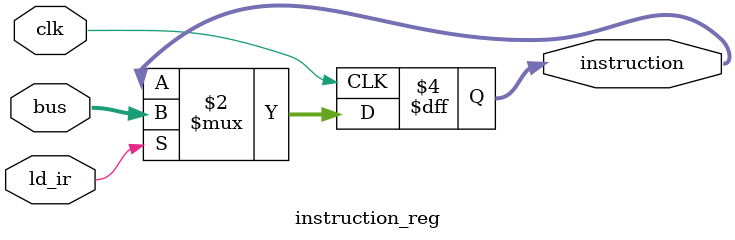
<source format=v>

module instruction_reg(
    input [15:0] bus,
    input ld_ir,
    input clk,
    output reg [15:0] instruction
);

    always @ (posedge clk) begin
        if(ld_ir) instruction <= bus;
    end

endmodule
</source>
